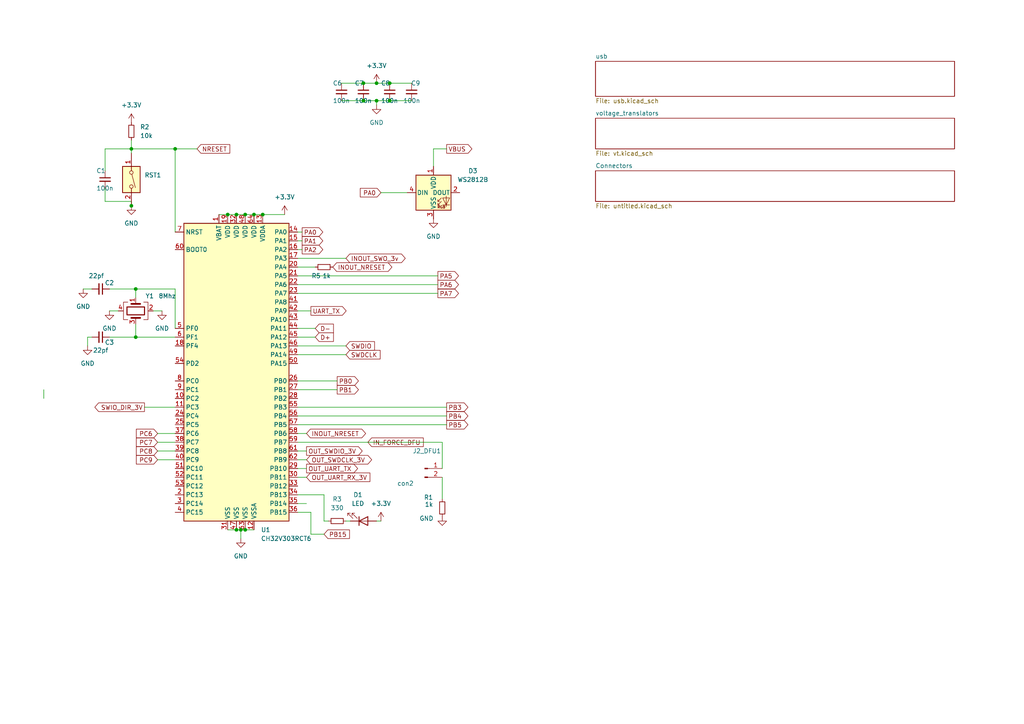
<source format=kicad_sch>
(kicad_sch (version 20231120) (generator "eeschema") (generator_version "8.0")
  (paper "A4")
  (title_block (title "Swindle CH32V303") (rev "H"))
  (lib_symbols
    (symbol "Connector:Conn_01x02_Pin" (pin_names (offset 1.016) hide)
      (property "Reference" "J" (at 0 2.54 0))
      (property "Value" "Conn_01x02_Pin" (at 0 -5.08 0))
      (symbol "Conn_01x02_Pin_1_1"
        (polyline (pts (xy 1.27 -2.54) (xy 0.8636 -2.54)) (stroke (width 0.1524)))
        (polyline (pts (xy 1.27 0) (xy 0.8636 0)) (stroke (width 0.1524)))
        (rectangle (start 0.8636 -2.413) (end 0 -2.667) (stroke (width 0.1524)) (fill (type outline)))
        (rectangle (start 0.8636 0.127) (end 0 -0.127) (stroke (width 0.1524)) (fill (type outline)))
        (pin passive line (at 5.08 0 180) (length 3.81) (name "Pin_1") (number "1"))
        (pin passive line (at 5.08 -2.54 180) (length 3.81) (name "Pin_2") (number "2"))
      )
    )
    (symbol "Device:C_Small" (pin_numbers hide) (pin_names (offset 0.254) hide)
      (property "Reference" "C" (at 0.254 1.778 0))
      (property "Value" "C_Small" (at 0.254 -2.032 0))
      (symbol "C_Small_0_1"
        (polyline (pts (xy -1.524 -0.508) (xy 1.524 -0.508)) (stroke (width 0.3302)))
        (polyline (pts (xy -1.524 0.508) (xy 1.524 0.508)) (stroke (width 0.3048)))
      )
      (symbol "C_Small_1_1"
        (pin passive line (at 0 2.54 270) (length 2.032) (name "~") (number "1"))
        (pin passive line (at 0 -2.54 90) (length 2.032) (name "~") (number "2"))
      )
    )
    (symbol "Device:Crystal_GND24" (pin_names (offset 1.016) hide)
      (property "Reference" "Y" (at 3.175 5.08 0))
      (property "Value" "Crystal_GND24" (at 3.175 3.175 0))
      (symbol "Crystal_GND24_0_1"
        (rectangle (start -1.143 2.54) (end 1.143 -2.54) (stroke (width 0.3048)))
        (polyline (pts (xy -2.54 0) (xy -2.032 0)))
        (polyline (pts (xy -2.032 -1.27) (xy -2.032 1.27)) (stroke (width 0.508)))
        (polyline (pts (xy 0 -3.81) (xy 0 -3.556)))
        (polyline (pts (xy 0 3.556) (xy 0 3.81)))
        (polyline (pts (xy 2.032 -1.27) (xy 2.032 1.27)) (stroke (width 0.508)))
        (polyline (pts (xy 2.032 0) (xy 2.54 0)))
        (polyline (pts (xy -2.54 -2.286) (xy -2.54 -3.556) (xy 2.54 -3.556) (xy 2.54 -2.286)))
        (polyline (pts (xy -2.54 2.286) (xy -2.54 3.556) (xy 2.54 3.556) (xy 2.54 2.286)))
      )
      (symbol "Crystal_GND24_1_1"
        (pin passive line (at -3.81 0 0) (length 1.27) (name "1") (number "1"))
        (pin passive line (at 0 5.08 270) (length 1.27) (name "2") (number "2"))
        (pin passive line (at 3.81 0 180) (length 1.27) (name "3") (number "3"))
        (pin passive line (at 0 -5.08 90) (length 1.27) (name "4") (number "4"))
      )
    )
    (symbol "Device:LED" (pin_numbers hide) (pin_names (offset 1.016) hide)
      (property "Reference" "D" (at 0 2.54 0))
      (property "Value" "LED" (at 0 -2.54 0))
      (symbol "LED_0_1"
        (polyline (pts (xy -1.27 -1.27) (xy -1.27 1.27)) (stroke (width 0.254)))
        (polyline (pts (xy -1.27 0) (xy 1.27 0)))
        (polyline (pts (xy 1.27 -1.27) (xy 1.27 1.27) (xy -1.27 0) (xy 1.27 -1.27)) (stroke (width 0.254)))
        (polyline (pts (xy -3.048 -0.762) (xy -4.572 -2.286) (xy -3.81 -2.286) (xy -4.572 -2.286) (xy -4.572 -1.524)))
        (polyline (pts (xy -1.778 -0.762) (xy -3.302 -2.286) (xy -2.54 -2.286) (xy -3.302 -2.286) (xy -3.302 -1.524)))
      )
      (symbol "LED_1_1"
        (pin passive line (at -3.81 0 0) (length 2.54) (name "K") (number "1"))
        (pin passive line (at 3.81 0 180) (length 2.54) (name "A") (number "2"))
      )
    )
    (symbol "Device:R_Small" (pin_numbers hide) (pin_names (offset 0.254) hide)
      (property "Reference" "R" (at 0.762 0.508 0))
      (property "Value" "R_Small" (at 0.762 -1.016 0))
      (symbol "R_Small_0_1"
        (rectangle (start -0.762 1.778) (end 0.762 -1.778) (stroke (width 0.2032)))
      )
      (symbol "R_Small_1_1"
        (pin passive line (at 0 2.54 270) (length 0.762) (name "~") (number "1"))
        (pin passive line (at 0 -2.54 90) (length 0.762) (name "~") (number "2"))
      )
    )
    (symbol "LED:WS2812B" (pin_names (offset 0.254))
      (property "Reference" "D" (at 5.08 5.715 0))
      (property "Value" "WS2812B" (at 1.27 -5.715 0))
      (symbol "WS2812B_0_0"
        (text "RGB" (at 2.286 -4.191 0) (effects (font (size 0.762 0.762))))
      )
      (symbol "WS2812B_0_1"
        (polyline (pts (xy 1.27 -3.556) (xy 1.778 -3.556)))
        (polyline (pts (xy 1.27 -2.54) (xy 1.778 -2.54)))
        (polyline (pts (xy 4.699 -3.556) (xy 2.667 -3.556)))
        (polyline (pts (xy 2.286 -2.54) (xy 1.27 -3.556) (xy 1.27 -3.048)))
        (polyline (pts (xy 2.286 -1.524) (xy 1.27 -2.54) (xy 1.27 -2.032)))
        (polyline (pts (xy 3.683 -1.016) (xy 3.683 -3.556) (xy 3.683 -4.064)))
        (polyline (pts (xy 4.699 -1.524) (xy 2.667 -1.524) (xy 3.683 -3.556) (xy 4.699 -1.524)))
        (rectangle (start 5.08 5.08) (end -5.08 -5.08) (stroke (width 0.254)) (fill (type background)))
      )
      (symbol "WS2812B_1_1"
        (pin power_in line (at 0 7.62 270) (length 2.54) (name "VDD") (number "1"))
        (pin output line (at 7.62 0 180) (length 2.54) (name "DOUT") (number "2"))
        (pin power_in line (at 0 -7.62 90) (length 2.54) (name "VSS") (number "3"))
        (pin input line (at -7.62 0 0) (length 2.54) (name "DIN") (number "4"))
      )
    )
    (symbol "MCU_ST_STM32F3:STM32F303RCTx"
      (property "Reference" "U" (at -15.24 44.45 0))
      (property "Value" "STM32F303RCTx" (at 10.16 44.45 0))
      (symbol "STM32F303RCTx_0_1"
        (rectangle (start -15.24 -43.18) (end 15.24 43.18) (stroke (width 0.254)) (fill (type background)))
      )
      (symbol "STM32F303RCTx_1_1"
        (pin power_in line (at -5.08 45.72 270) (length 2.54) (name "VBAT") (number "1"))
        (pin bidirectional line (at -17.78 -7.62 0) (length 2.54) (name "PC2") (number "10"))
        (pin bidirectional line (at -17.78 -10.16 0) (length 2.54) (name "PC3") (number "11"))
        (pin power_in line (at 5.08 -45.72 90) (length 2.54) (name "VSSA") (number "12"))
        (pin power_in line (at 7.62 45.72 270) (length 2.54) (name "VDDA") (number "13"))
        (pin bidirectional line (at 17.78 40.64 180) (length 2.54) (name "PA0") (number "14"))
        (pin bidirectional line (at 17.78 38.1 180) (length 2.54) (name "PA1") (number "15"))
        (pin bidirectional line (at 17.78 35.56 180) (length 2.54) (name "PA2") (number "16"))
        (pin bidirectional line (at 17.78 33.02 180) (length 2.54) (name "PA3") (number "17"))
        (pin bidirectional line (at -17.78 7.62 0) (length 2.54) (name "PF4") (number "18"))
        (pin power_in line (at -2.54 45.72 270) (length 2.54) (name "VDD") (number "19"))
        (pin bidirectional line (at -17.78 -35.56 0) (length 2.54) (name "PC13") (number "2"))
        (pin bidirectional line (at 17.78 30.48 180) (length 2.54) (name "PA4") (number "20"))
        (pin bidirectional line (at 17.78 27.94 180) (length 2.54) (name "PA5") (number "21"))
        (pin bidirectional line (at 17.78 25.4 180) (length 2.54) (name "PA6") (number "22"))
        (pin bidirectional line (at 17.78 22.86 180) (length 2.54) (name "PA7") (number "23"))
        (pin bidirectional line (at -17.78 -12.7 0) (length 2.54) (name "PC4") (number "24"))
        (pin bidirectional line (at -17.78 -15.24 0) (length 2.54) (name "PC5") (number "25"))
        (pin bidirectional line (at 17.78 -2.54 180) (length 2.54) (name "PB0") (number "26"))
        (pin bidirectional line (at 17.78 -5.08 180) (length 2.54) (name "PB1") (number "27"))
        (pin bidirectional line (at 17.78 -7.62 180) (length 2.54) (name "PB2") (number "28"))
        (pin bidirectional line (at 17.78 -27.94 180) (length 2.54) (name "PB10") (number "29"))
        (pin bidirectional line (at -17.78 -38.1 0) (length 2.54) (name "PC14") (number "3"))
        (pin bidirectional line (at 17.78 -30.48 180) (length 2.54) (name "PB11") (number "30"))
        (pin power_in line (at -2.54 -45.72 90) (length 2.54) (name "VSS") (number "31"))
        (pin power_in line (at 0 45.72 270) (length 2.54) (name "VDD") (number "32"))
        (pin bidirectional line (at 17.78 -33.02 180) (length 2.54) (name "PB12") (number "33"))
        (pin bidirectional line (at 17.78 -35.56 180) (length 2.54) (name "PB13") (number "34"))
        (pin bidirectional line (at 17.78 -38.1 180) (length 2.54) (name "PB14") (number "35"))
        (pin bidirectional line (at 17.78 -40.64 180) (length 2.54) (name "PB15") (number "36"))
        (pin bidirectional line (at -17.78 -17.78 0) (length 2.54) (name "PC6") (number "37"))
        (pin bidirectional line (at -17.78 -20.32 0) (length 2.54) (name "PC7") (number "38"))
        (pin bidirectional line (at -17.78 -22.86 0) (length 2.54) (name "PC8") (number "39"))
        (pin bidirectional line (at -17.78 -40.64 0) (length 2.54) (name "PC15") (number "4"))
        (pin bidirectional line (at -17.78 -25.4 0) (length 2.54) (name "PC9") (number "40"))
        (pin bidirectional line (at 17.78 20.32 180) (length 2.54) (name "PA8") (number "41"))
        (pin bidirectional line (at 17.78 17.78 180) (length 2.54) (name "PA9") (number "42"))
        (pin bidirectional line (at 17.78 15.24 180) (length 2.54) (name "PA10") (number "43"))
        (pin bidirectional line (at 17.78 12.7 180) (length 2.54) (name "PA11") (number "44"))
        (pin bidirectional line (at 17.78 10.16 180) (length 2.54) (name "PA12") (number "45"))
        (pin bidirectional line (at 17.78 7.62 180) (length 2.54) (name "PA13") (number "46"))
        (pin power_in line (at 0 -45.72 90) (length 2.54) (name "VSS") (number "47"))
        (pin power_in line (at 2.54 45.72 270) (length 2.54) (name "VDD") (number "48"))
        (pin bidirectional line (at 17.78 5.08 180) (length 2.54) (name "PA14") (number "49"))
        (pin input line (at -17.78 12.7 0) (length 2.54) (name "PF0") (number "5"))
        (pin bidirectional line (at 17.78 2.54 180) (length 2.54) (name "PA15") (number "50"))
        (pin bidirectional line (at -17.78 -27.94 0) (length 2.54) (name "PC10") (number "51"))
        (pin bidirectional line (at -17.78 -30.48 0) (length 2.54) (name "PC11") (number "52"))
        (pin bidirectional line (at -17.78 -33.02 0) (length 2.54) (name "PC12") (number "53"))
        (pin bidirectional line (at -17.78 2.54 0) (length 2.54) (name "PD2") (number "54"))
        (pin bidirectional line (at 17.78 -10.16 180) (length 2.54) (name "PB3") (number "55"))
        (pin bidirectional line (at 17.78 -12.7 180) (length 2.54) (name "PB4") (number "56"))
        (pin bidirectional line (at 17.78 -15.24 180) (length 2.54) (name "PB5") (number "57"))
        (pin bidirectional line (at 17.78 -17.78 180) (length 2.54) (name "PB6") (number "58"))
        (pin bidirectional line (at 17.78 -20.32 180) (length 2.54) (name "PB7") (number "59"))
        (pin input line (at -17.78 10.16 0) (length 2.54) (name "PF1") (number "6"))
        (pin input line (at -17.78 35.56 0) (length 2.54) (name "BOOT0") (number "60"))
        (pin bidirectional line (at 17.78 -22.86 180) (length 2.54) (name "PB8") (number "61"))
        (pin bidirectional line (at 17.78 -25.4 180) (length 2.54) (name "PB9") (number "62"))
        (pin power_in line (at 2.54 -45.72 90) (length 2.54) (name "VSS") (number "63"))
        (pin power_in line (at 5.08 45.72 270) (length 2.54) (name "VDD") (number "64"))
        (pin input line (at -17.78 40.64 0) (length 2.54) (name "NRST") (number "7"))
        (pin bidirectional line (at -17.78 -2.54 0) (length 2.54) (name "PC0") (number "8"))
        (pin bidirectional line (at -17.78 -5.08 0) (length 2.54) (name "PC1") (number "9"))
      )
    )
    (symbol "Switch:SW_DIP_x01" (pin_names (offset 0) hide)
      (property "Reference" "SW" (at 0 3.81 0))
      (property "Value" "SW_DIP_x01" (at 0 -3.81 0))
      (symbol "SW_DIP_x01_0_0"
        (circle (center -2.032 0) (radius 0.508))
        (polyline (pts (xy -1.524 0.127) (xy 2.3622 1.1684)))
        (circle (center 2.032 0) (radius 0.508))
      )
      (symbol "SW_DIP_x01_0_1"
        (rectangle (start -3.81 2.54) (end 3.81 -2.54) (stroke (width 0.254)) (fill (type background)))
      )
      (symbol "SW_DIP_x01_1_1"
        (pin passive line (at -7.62 0 0) (length 5.08) (name "~") (number "1"))
        (pin passive line (at 7.62 0 180) (length 5.08) (name "~") (number "2"))
      )
    )
    (symbol "power:+3.3V" (power) (pin_names (offset 0))
      (property "Value" "+3.3V" (at 0 3.556 0))
      (symbol "+3.3V_0_1"
        (polyline (pts (xy -0.762 1.27) (xy 0 2.54)))
        (polyline (pts (xy 0 0) (xy 0 2.54)))
        (polyline (pts (xy 0 2.54) (xy 0.762 1.27)))
      )
      (symbol "+3.3V_1_1"
        (pin power_in line (at 0 0 90) (length 0) hide (name "+3.3V") (number "1"))
      )
    )
    (symbol "power:GND" (power) (pin_names (offset 0))
      (property "Value" "GND" (at 0 -3.81 0))
      (symbol "GND_0_1"
        (polyline (pts (xy 0 0) (xy 0 -1.27) (xy 1.27 -1.27) (xy 0 -2.54) (xy -1.27 -1.27) (xy 0 -1.27)))
      )
      (symbol "GND_1_1"
        (pin power_in line (at 0 0 270) (length 0) hide (name "GND") (number "1"))
      )
    )
  )
  (junction (at 105.41 29.21))
  (junction (at 113.03 24.13))
  (junction (at 50.8 43.18))
  (junction (at 68.58 153.67))
  (junction (at 71.12 153.67))
  (junction (at 73.66 62.23))
  (junction (at 105.41 24.13))
  (junction (at 38.1 43.18))
  (junction (at 69.85 153.67))
  (junction (at 109.22 24.13))
  (junction (at 39.37 83.82))
  (junction (at 68.58 62.23))
  (junction (at 76.2 62.23))
  (junction (at 39.37 97.79))
  (junction (at 71.12 62.23))
  (junction (at 113.03 29.21))
  (junction (at 38.1 59.69))
  (junction (at 66.04 62.23))
  (junction (at 109.22 29.21))
  (wire (pts (xy 105.41 29.21) (xy 109.22 29.21)))
  (wire (pts (xy 66.04 153.67) (xy 68.58 153.67)))
  (wire (pts (xy 31.75 90.17) (xy 34.29 90.17)))
  (wire (pts (xy 86.36 69.85) (xy 87.63 69.85)))
  (wire (pts (xy 38.1 40.64) (xy 38.1 43.18)))
  (wire (pts (xy 38.1 43.18) (xy 50.8 43.18)))
  (wire (pts (xy 69.85 153.67) (xy 71.12 153.67)))
  (wire (pts (xy 38.1 58.42) (xy 38.1 59.69)))
  (wire (pts (xy 86.36 110.49) (xy 97.79 110.49)))
  (wire (pts (xy 71.12 62.23) (xy 73.66 62.23)))
  (wire (pts (xy 86.36 74.93) (xy 100.33 74.93)))
  (wire (pts (xy 125.73 48.26) (xy 125.73 43.18)))
  (wire (pts (xy 86.36 67.31) (xy 87.63 67.31)))
  (wire (pts (xy 86.36 82.55) (xy 127 82.55)))
  (wire (pts (xy 76.2 62.23) (xy 82.55 62.23)))
  (wire (pts (xy 31.75 83.82) (xy 39.37 83.82)))
  (wire (pts (xy 30.48 49.53) (xy 30.48 43.18)))
  (wire (pts (xy 30.48 54.61) (xy 30.48 58.42)))
  (wire (pts (xy 86.36 148.59) (xy 90.17 148.59)))
  (wire (pts (xy 86.36 72.39) (xy 87.63 72.39)))
  (wire (pts (xy 39.37 83.82) (xy 50.8 83.82)))
  (wire (pts (xy 39.37 93.98) (xy 39.37 97.79)))
  (wire (pts (xy 86.36 95.25) (xy 91.44 95.25)))
  (wire (pts (xy 31.75 97.79) (xy 39.37 97.79)))
  (wire (pts (xy 109.22 151.13) (xy 110.49 151.13)))
  (wire (pts (xy 93.98 143.51) (xy 93.98 151.13)))
  (wire (pts (xy 63.5 62.23) (xy 66.04 62.23)))
  (wire (pts (xy 109.22 29.21) (xy 113.03 29.21)))
  (wire (pts (xy 109.22 29.21) (xy 109.22 30.48)))
  (wire (pts (xy 68.58 153.67) (xy 69.85 153.67)))
  (wire (pts (xy 90.17 154.94) (xy 93.98 154.94)))
  (wire (pts (xy 50.8 43.18) (xy 57.15 43.18)))
  (wire (pts (xy 30.48 43.18) (xy 38.1 43.18)))
  (wire (pts (xy 100.33 151.13) (xy 101.6 151.13)))
  (wire (pts (xy 44.45 90.17) (xy 46.99 90.17)))
  (wire (pts (xy 86.36 125.73) (xy 88.9 125.73)))
  (wire (pts (xy 86.36 100.33) (xy 100.33 100.33)))
  (wire (pts (xy 45.72 125.73) (xy 50.8 125.73)))
  (wire (pts (xy 86.36 80.01) (xy 127 80.01)))
  (wire (pts (xy 38.1 43.18) (xy 38.1 44.45)))
  (wire (pts (xy 86.36 77.47) (xy 91.44 77.47)))
  (wire (pts (xy 128.27 128.27) (xy 128.27 135.89)))
  (wire (pts (xy 125.73 43.18) (xy 129.54 43.18)))
  (wire (pts (xy 109.22 24.13) (xy 113.03 24.13)))
  (wire (pts (xy 30.48 58.42) (xy 38.1 58.42)))
  (wire (pts (xy 45.72 133.35) (xy 50.8 133.35)))
  (wire (pts (xy 86.36 135.89) (xy 88.9 135.89)))
  (wire (pts (xy 25.4 97.79) (xy 25.4 100.33)))
  (wire (pts (xy 25.4 97.79) (xy 26.67 97.79)))
  (wire (pts (xy 86.36 118.11) (xy 129.54 118.11)))
  (wire (pts (xy 86.36 138.43) (xy 88.9 138.43)))
  (wire (pts (xy 99.06 29.21) (xy 105.41 29.21)))
  (wire (pts (xy 69.85 153.67) (xy 69.85 156.21)))
  (wire (pts (xy 73.66 62.23) (xy 76.2 62.23)))
  (wire (pts (xy 68.58 62.23) (xy 71.12 62.23)))
  (wire (pts (xy 39.37 83.82) (xy 39.37 86.36)))
  (wire (pts (xy 86.36 143.51) (xy 93.98 143.51)))
  (wire (pts (xy 45.72 130.81) (xy 50.8 130.81)))
  (wire (pts (xy 50.8 43.18) (xy 50.8 67.31)))
  (wire (pts (xy 93.98 151.13) (xy 95.25 151.13)))
  (wire (pts (xy 86.36 90.17) (xy 90.17 90.17)))
  (wire (pts (xy 86.36 120.65) (xy 129.54 120.65)))
  (wire (pts (xy 86.36 113.03) (xy 97.79 113.03)))
  (wire (pts (xy 110.49 55.88) (xy 118.11 55.88)))
  (wire (pts (xy 90.17 148.59) (xy 90.17 154.94)))
  (wire (pts (xy 86.36 97.79) (xy 91.44 97.79)))
  (wire (pts (xy 113.03 29.21) (xy 119.38 29.21)))
  (wire (pts (xy 71.12 153.67) (xy 73.66 153.67)))
  (wire (pts (xy 113.03 24.13) (xy 119.38 24.13)))
  (wire (pts (xy 12.7 113.03) (xy 12.7 115.57)))
  (wire (pts (xy 86.36 102.87) (xy 100.33 102.87)))
  (wire (pts (xy 128.27 138.43) (xy 128.27 144.78)))
  (wire (pts (xy 86.36 128.27) (xy 128.27 128.27)))
  (wire (pts (xy 105.41 24.13) (xy 109.22 24.13)))
  (wire (pts (xy 50.8 95.25) (xy 50.8 83.82)))
  (wire (pts (xy 86.36 133.35) (xy 88.9 133.35)))
  (wire (pts (xy 66.04 62.23) (xy 68.58 62.23)))
  (wire (pts (xy 45.72 128.27) (xy 50.8 128.27)))
  (wire (pts (xy 86.36 85.09) (xy 127 85.09)))
  (wire (pts (xy 86.36 123.19) (xy 129.54 123.19)))
  (wire (pts (xy 39.37 97.79) (xy 50.8 97.79)))
  (wire (pts (xy 24.13 83.82) (xy 26.67 83.82)))
  (wire (pts (xy 86.36 130.81) (xy 88.9 130.81)))
  (wire (pts (xy 99.06 24.13) (xy 105.41 24.13)))
  (wire (pts (xy 41.91 118.11) (xy 50.8 118.11)))
  (wire (pts (xy 86.36 146.05) (xy 88.9 146.05)))
  (global_label "SWIO_DIR_3V" (shape output) (at 41.91 118.11 180) (property "Intersheetrefs" "${INTERSHEET_REFS}" (effects (hide yes))))
  (global_label "SWDCLK" (shape input) (at 100.33 102.87 0) (property "Intersheetrefs" "${INTERSHEET_REFS}" (effects (hide yes))))
  (global_label "PC8" (shape input) (at 45.72 130.81 180) (property "Intersheetrefs" "${INTERSHEET_REFS}" (effects (hide yes))))
  (global_label "PB1" (shape output) (at 97.79 113.03 0) (property "Intersheetrefs" "${INTERSHEET_REFS}" (effects (hide yes))))
  (global_label "D-" (shape input) (at 91.44 95.25 0) (property "Intersheetrefs" "${INTERSHEET_REFS}" (effects (hide yes))))
  (global_label "PB15" (shape input) (at 93.98 154.94 0) (property "Intersheetrefs" "${INTERSHEET_REFS}" (effects (hide yes))))
  (global_label "INOUT_SWO_3v" (shape bidirectional) (at 100.33 74.93 0) (property "Intersheetrefs" "${INTERSHEET_REFS}" (effects (hide yes))))
  (global_label "PB3" (shape output) (at 129.54 118.11 0) (property "Intersheetrefs" "${INTERSHEET_REFS}" (effects (hide yes))))
  (global_label "OUT_UART_RX_3V" (shape input) (at 88.9 138.43 0) (property "Intersheetrefs" "${INTERSHEET_REFS}" (effects (hide yes))))
  (global_label "PA0" (shape input) (at 110.49 55.88 180) (property "Intersheetrefs" "${INTERSHEET_REFS}" (effects (hide yes))))
  (global_label "PC9" (shape input) (at 45.72 133.35 180) (property "Intersheetrefs" "${INTERSHEET_REFS}" (effects (hide yes))))
  (global_label "PC7" (shape input) (at 45.72 128.27 180) (property "Intersheetrefs" "${INTERSHEET_REFS}" (effects (hide yes))))
  (global_label "PC6" (shape input) (at 45.72 125.73 180) (property "Intersheetrefs" "${INTERSHEET_REFS}" (effects (hide yes))))
  (global_label "PA5" (shape output) (at 127 80.01 0) (property "Intersheetrefs" "${INTERSHEET_REFS}" (effects (hide yes))))
  (global_label "OUT_UART_TX" (shape output) (at 88.9 135.89 0) (property "Intersheetrefs" "${INTERSHEET_REFS}" (effects (hide yes))))
  (global_label "UART_TX" (shape output) (at 90.17 90.17 0) (property "Intersheetrefs" "${INTERSHEET_REFS}" (effects (hide yes))))
  (global_label "OUT_SWDCLK_3V" (shape bidirectional) (at 88.9 133.35 0) (property "Intersheetrefs" "${INTERSHEET_REFS}" (effects (hide yes))))
  (global_label "PA7" (shape output) (at 127 85.09 0) (property "Intersheetrefs" "${INTERSHEET_REFS}" (effects (hide yes))))
  (global_label "PA6" (shape output) (at 127 82.55 0) (property "Intersheetrefs" "${INTERSHEET_REFS}" (effects (hide yes))))
  (global_label "PA2" (shape output) (at 87.63 72.39 0) (property "Intersheetrefs" "${INTERSHEET_REFS}" (effects (hide yes))))
  (global_label "D+" (shape input) (at 91.44 97.79 0) (property "Intersheetrefs" "${INTERSHEET_REFS}" (effects (hide yes))))
  (global_label "PB0" (shape output) (at 97.79 110.49 0) (property "Intersheetrefs" "${INTERSHEET_REFS}" (effects (hide yes))))
  (global_label "PB4" (shape output) (at 129.54 120.65 0) (property "Intersheetrefs" "${INTERSHEET_REFS}" (effects (hide yes))))
  (global_label "INOUT_NRESET" (shape bidirectional) (at 88.9 125.73 0) (property "Intersheetrefs" "${INTERSHEET_REFS}" (effects (hide yes))))
  (global_label "OUT_SWDIO_3V" (shape output) (at 88.9 130.81 0) (property "Intersheetrefs" "${INTERSHEET_REFS}" (effects (hide yes))))
  (global_label "IN_FORCE_DFU" (shape input) (at 106.68 128.27 0) (property "Intersheetrefs" "${INTERSHEET_REFS}" (effects (hide yes))))
  (global_label "SWDIO" (shape input) (at 100.33 100.33 0) (property "Intersheetrefs" "${INTERSHEET_REFS}" (effects (hide yes))))
  (global_label "PB5" (shape output) (at 129.54 123.19 0) (property "Intersheetrefs" "${INTERSHEET_REFS}" (effects (hide yes))))
  (global_label "VBUS" (shape output) (at 129.54 43.18 0) (property "Intersheetrefs" "${INTERSHEET_REFS}" (effects (hide yes))))
  (global_label "PA0" (shape output) (at 87.63 67.31 0) (property "Intersheetrefs" "${INTERSHEET_REFS}" (effects (hide yes))))
  (global_label "NRESET" (shape input) (at 57.15 43.18 0) (property "Intersheetrefs" "${INTERSHEET_REFS}" (effects (hide yes))))
  (global_label "INOUT_NRESET" (shape bidirectional) (at 96.52 77.47 0) (property "Intersheetrefs" "${INTERSHEET_REFS}" (effects (hide yes))))
  (global_label "PA1" (shape output) (at 87.63 69.85 0) (property "Intersheetrefs" "${INTERSHEET_REFS}" (effects (hide yes))))
  (symbol (lib_id "Device:C_Small") (at 113.03 26.67 0) (unit 1)
    (property "Reference" "C8" (at 110.49 24.13 0) (effects (justify left)))
    (property "Value" "100n" (at 110.49 29.21 0) (effects (justify left)))
    (property "Footprint" "Resistor_SMD:R_0603_1608Metric" (effects (hide yes)))
  )
  (symbol (lib_id "Device:C_Small") (at 29.21 97.79 270) (unit 1)
    (property "Reference" "C3" (at 31.75 99.314 90))
    (property "Value" "22pf" (at 29.21 101.6 90))
    (property "Footprint" "Resistor_SMD:R_0603_1608Metric" (effects (hide yes)))
  )
  (symbol (lib_id "Switch:SW_DIP_x01") (at 38.1 52.07 270) (unit 1)
    (property "Reference" "RST1" (at 41.91 50.8 90) (effects (justify left)))
    (property "Value" "SW_DIP_x01" (effects (hide yes)))
    (property "Footprint" "Button_Switch_SMD:SW_SPST_CK_RS282G05A3" (effects (hide yes)))
  )
  (symbol (lib_id "LED:WS2812B") (at 125.73 55.88 0) (unit 1)
    (property "Reference" "D3" (at 137.16 49.5614 0))
    (property "Value" "WS2812B" (at 137.16 52.1014 0))
    (property "Footprint" "LED_SMD:LED_WS2812B_PLCC4_5.0x5.0mm_P3.2mm" (effects (hide yes)))
    (property "Datasheet" "https://cdn-shop.adafruit.com/datasheets/WS2812B.pdf" (effects (hide yes)))
    (property "Description" "RGB LED with integrated controller" (effects (hide yes)))
  )
  (symbol (lib_id "Device:R_Small") (at 128.27 147.32 0) (unit 1)
    (property "Reference" "R1" (at 122.936 144.272 0) (effects (justify left)))
    (property "Value" "1k" (at 123.19 146.304 0) (effects (justify left)))
    (property "Footprint" "Resistor_SMD:R_0603_1608Metric" (effects (hide yes)))
  )
  (symbol (lib_id "Device:C_Small") (at 119.38 26.67 0) (mirror y) (unit 1)
    (property "Reference" "C9" (at 121.92 24.13 0) (effects (justify left)))
    (property "Value" "100n" (at 121.92 29.21 0) (effects (justify left)))
    (property "Footprint" "Resistor_SMD:R_0603_1608Metric" (effects (hide yes)))
  )
  (symbol (lib_id "Device:LED") (at 105.41 151.13 0) (mirror x) (unit 1)
    (property "Reference" "D1" (at 103.8225 143.51 0))
    (property "Value" "LED" (at 103.8225 146.05 0))
    (property "Footprint" "Diode_SMD:D_0805_2012Metric" (effects (hide yes)))
  )
  (symbol (lib_id "Device:C_Small") (at 105.41 26.67 0) (unit 1)
    (property "Reference" "C7" (at 102.87 24.13 0) (effects (justify left)))
    (property "Value" "100n" (at 102.87 29.21 0) (effects (justify left)))
    (property "Footprint" "Resistor_SMD:R_0603_1608Metric" (effects (hide yes)))
  )
  (symbol (lib_id "power:+3.3V") (at 109.22 24.13 0) (unit 1)
    (property "Reference" "#PWR016" (effects (hide yes)))
    (property "Value" "+3.3V" (at 109.22 19.05 0))
  )
  (symbol (lib_id "power:GND") (at 46.99 90.17 0) (unit 1)
    (property "Reference" "#PWR01" (effects (hide yes)))
    (property "Value" "GND" (at 46.99 95.25 0))
  )
  (symbol (lib_id "power:+3.3V") (at 110.49 151.13 0) (mirror y) (unit 1)
    (property "Reference" "#PWR02" (effects (hide yes)))
    (property "Value" "+3.3V" (at 110.49 146.05 0))
  )
  (symbol (lib_id "Device:R_Small") (at 38.1 38.1 0) (unit 1)
    (property "Reference" "R2" (at 40.64 36.8299 0) (effects (justify left)))
    (property "Value" "10k" (at 40.64 39.3699 0) (effects (justify left)))
    (property "Footprint" "Resistor_SMD:R_0603_1608Metric" (effects (hide yes)))
  )
  (symbol (lib_id "MCU_ST_STM32F3:STM32F303RCTx") (at 68.58 107.95 0) (unit 1)
    (property "Reference" "U1" (at 75.6794 153.67 0) (effects (justify left)))
    (property "Value" "CH32V303RCT6" (at 75.6794 156.21 0) (effects (justify left)))
    (property "Footprint" "Package_QFP:LQFP-64_10x10mm_P0.5mm" (effects (hide yes)))
    (property "Datasheet" "http://www.st.com/st-web-ui/static/active/en/resource/technical/document/datasheet/DM00058181.pdf" (effects (hide yes)))
  )
  (symbol (lib_id "power:GND") (at 69.85 156.21 0) (unit 1)
    (property "Reference" "#PWR07" (effects (hide yes)))
    (property "Value" "GND" (at 69.85 161.29 0))
  )
  (symbol (lib_id "Device:C_Small") (at 99.06 26.67 0) (unit 1)
    (property "Reference" "C6" (at 96.52 24.13 0) (effects (justify left)))
    (property "Value" "100n" (at 96.52 29.21 0) (effects (justify left)))
    (property "Footprint" "Resistor_SMD:R_0603_1608Metric" (effects (hide yes)))
  )
  (symbol (lib_id "Device:C_Small") (at 30.48 52.07 0) (unit 1)
    (property "Reference" "C1" (at 27.94 49.53 0) (effects (justify left)))
    (property "Value" "100n" (at 27.94 54.61 0) (effects (justify left)))
    (property "Footprint" "Resistor_SMD:R_0603_1608Metric" (effects (hide yes)))
  )
  (symbol (lib_id "Connector:Conn_01x02_Pin") (at 123.19 135.89 0) (unit 1)
    (property "Reference" "J2_DFU1" (at 123.825 130.81 0))
    (property "Value" "con2" (at 117.602 140.208 0))
    (property "Footprint" "Connector_PinHeader_1.27mm:PinHeader_1x02_P1.27mm_Vertical" (effects (hide yes)))
    (property "Description" "Generic connector, single row, 01x02, script generated" (effects (hide yes)))
  )
  (symbol (lib_id "power:GND") (at 24.13 83.82 0) (unit 1)
    (property "Reference" "#PWR03" (effects (hide yes)))
    (property "Value" "GND" (at 24.13 88.9 0))
  )
  (symbol (lib_id "power:GND") (at 25.4 100.33 0) (unit 1)
    (property "Reference" "#PWR04" (effects (hide yes)))
    (property "Value" "GND" (at 25.4 105.41 0))
  )
  (symbol (lib_id "power:GND") (at 109.22 30.48 0) (unit 1)
    (property "Reference" "#PWR017" (effects (hide yes)))
    (property "Value" "GND" (at 109.22 35.56 0))
  )
  (symbol (lib_id "power:GND") (at 38.1 59.69 0) (unit 1)
    (property "Reference" "#PWR06" (effects (hide yes)))
    (property "Value" "GND" (at 38.1 64.77 0))
  )
  (symbol (lib_id "Device:R_Small") (at 97.79 151.13 270) (unit 1)
    (property "Reference" "R3" (at 97.79 144.78 90))
    (property "Value" "330" (at 97.79 147.32 90))
    (property "Footprint" "Resistor_SMD:R_0603_1608Metric" (effects (hide yes)))
  )
  (symbol (lib_id "power:GND") (at 31.75 90.17 0) (unit 1)
    (property "Reference" "#PWR011" (effects (hide yes)))
    (property "Value" "GND" (at 31.75 95.25 0))
  )
  (symbol (lib_id "power:GND") (at 125.73 63.5 0) (unit 1)
    (property "Reference" "#PWR025" (effects (hide yes)))
    (property "Value" "GND" (at 125.73 68.58 0))
  )
  (symbol (lib_id "Device:Crystal_GND24") (at 39.37 90.17 270) (unit 1)
    (property "Reference" "Y1" (at 42.164 85.852 90) (effects (justify left)))
    (property "Value" "8Mhz" (at 45.974 85.852 90) (effects (justify left)))
    (property "Footprint" "footprints:Crystal_SMD_TXC_7M-4Pin_3.2x2.5mm_45deg" (effects (hide yes)))
    (property "Datasheet" "https://www.digikey.de/de/products/detail/txc-corporation/7M-12-000MAAE-T/3674337" (effects (hide yes)))
  )
  (symbol (lib_id "power:GND") (at 128.27 149.86 0) (unit 1)
    (property "Reference" "#PWR018" (effects (hide yes)))
    (property "Value" "GND" (at 123.698 150.368 0))
  )
  (symbol (lib_id "Device:C_Small") (at 29.21 83.82 270) (unit 1)
    (property "Reference" "C2" (at 31.75 82.042 90))
    (property "Value" "22pf" (at 27.94 80.01 90))
    (property "Footprint" "Resistor_SMD:R_0603_1608Metric" (effects (hide yes)))
  )
  (symbol (lib_id "Device:R_Small") (at 93.98 77.47 270) (unit 1)
    (property "Reference" "R5" (at 91.694 80.01 90))
    (property "Value" "1k" (at 94.742 80.01 90))
    (property "Footprint" "Resistor_SMD:R_0603_1608Metric" (effects (hide yes)))
  )
  (symbol (lib_id "power:+3.3V") (at 38.1 35.56 0) (unit 1)
    (property "Reference" "#PWR05" (effects (hide yes)))
    (property "Value" "+3.3V" (at 38.1 30.48 0))
  )
  (symbol (lib_id "power:+3.3V") (at 82.55 62.23 0) (unit 1)
    (property "Reference" "#PWR08" (effects (hide yes)))
    (property "Value" "+3.3V" (at 82.55 57.15 0))
  )
  (sheet (at 172.72 34.29) (size 104.14 8.89) (stroke (width 0.1524))
    (property "Sheetname" "voltage_translators" (at 172.72 33.5784 0) (effects (justify left bottom)))
    (property "Sheetfile" "vt.kicad_sch" (at 172.72 43.7646 0) (effects (justify left top)))
  )
  (sheet (at 172.72 17.78) (size 104.14 10.16) (stroke (width 0.1524))
    (property "Sheetname" "usb" (at 172.72 17.0684 0) (effects (justify left bottom)))
    (property "Sheetfile" "usb.kicad_sch" (at 172.72 28.5246 0) (effects (justify left top)))
  )
  (sheet (at 172.72 49.53) (size 104.14 8.89) (stroke (width 0.1524))
    (property "Sheetname" "Connectors" (at 172.72 48.8184 0) (effects (justify left bottom)))
    (property "Sheetfile" "untitled.kicad_sch" (at 172.72 59.0046 0) (effects (justify left top)))
  )
)
</source>
